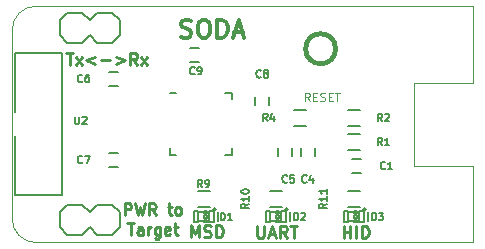
<source format=gbr>
G04 #@! TF.FileFunction,Legend,Top*
%FSLAX46Y46*%
G04 Gerber Fmt 4.6, Leading zero omitted, Abs format (unit mm)*
G04 Created by KiCad (PCBNEW 4.0.4-stable) date 12/05/16 16:27:05*
%MOMM*%
%LPD*%
G01*
G04 APERTURE LIST*
%ADD10C,0.100000*%
%ADD11C,0.300000*%
%ADD12C,0.250000*%
%ADD13C,0.241300*%
%ADD14C,0.125000*%
%ADD15C,0.254000*%
%ADD16C,0.150000*%
%ADD17C,0.381000*%
G04 APERTURE END LIST*
D10*
D11*
X154314057Y-52575543D02*
X154528343Y-52646971D01*
X154885486Y-52646971D01*
X155028343Y-52575543D01*
X155099772Y-52504114D01*
X155171200Y-52361257D01*
X155171200Y-52218400D01*
X155099772Y-52075543D01*
X155028343Y-52004114D01*
X154885486Y-51932686D01*
X154599772Y-51861257D01*
X154456914Y-51789829D01*
X154385486Y-51718400D01*
X154314057Y-51575543D01*
X154314057Y-51432686D01*
X154385486Y-51289829D01*
X154456914Y-51218400D01*
X154599772Y-51146971D01*
X154956914Y-51146971D01*
X155171200Y-51218400D01*
X156099771Y-51146971D02*
X156385485Y-51146971D01*
X156528343Y-51218400D01*
X156671200Y-51361257D01*
X156742628Y-51646971D01*
X156742628Y-52146971D01*
X156671200Y-52432686D01*
X156528343Y-52575543D01*
X156385485Y-52646971D01*
X156099771Y-52646971D01*
X155956914Y-52575543D01*
X155814057Y-52432686D01*
X155742628Y-52146971D01*
X155742628Y-51646971D01*
X155814057Y-51361257D01*
X155956914Y-51218400D01*
X156099771Y-51146971D01*
X157385486Y-52646971D02*
X157385486Y-51146971D01*
X157742629Y-51146971D01*
X157956914Y-51218400D01*
X158099772Y-51361257D01*
X158171200Y-51504114D01*
X158242629Y-51789829D01*
X158242629Y-52004114D01*
X158171200Y-52289829D01*
X158099772Y-52432686D01*
X157956914Y-52575543D01*
X157742629Y-52646971D01*
X157385486Y-52646971D01*
X158814057Y-52218400D02*
X159528343Y-52218400D01*
X158671200Y-52646971D02*
X159171200Y-51146971D01*
X159671200Y-52646971D01*
D12*
X144578819Y-53960781D02*
X145150248Y-53960781D01*
X144864533Y-54960781D02*
X144864533Y-53960781D01*
X145388343Y-54960781D02*
X145912153Y-54294114D01*
X145388343Y-54294114D02*
X145912153Y-54960781D01*
X147055010Y-54294114D02*
X146293105Y-54579829D01*
X147055010Y-54865543D01*
X147531200Y-54579829D02*
X148293105Y-54579829D01*
X148769295Y-54294114D02*
X149531200Y-54579829D01*
X148769295Y-54865543D01*
X150578819Y-54960781D02*
X150245485Y-54484590D01*
X150007390Y-54960781D02*
X150007390Y-53960781D01*
X150388343Y-53960781D01*
X150483581Y-54008400D01*
X150531200Y-54056019D01*
X150578819Y-54151257D01*
X150578819Y-54294114D01*
X150531200Y-54389352D01*
X150483581Y-54436971D01*
X150388343Y-54484590D01*
X150007390Y-54484590D01*
X150912152Y-54960781D02*
X151435962Y-54294114D01*
X150912152Y-54294114D02*
X151435962Y-54960781D01*
D13*
X149524963Y-67664088D02*
X149524963Y-66698888D01*
X149892658Y-66698888D01*
X149984582Y-66744850D01*
X150030543Y-66790812D01*
X150076505Y-66882736D01*
X150076505Y-67020621D01*
X150030543Y-67112545D01*
X149984582Y-67158507D01*
X149892658Y-67204469D01*
X149524963Y-67204469D01*
X150398239Y-66698888D02*
X150628048Y-67664088D01*
X150811896Y-66974660D01*
X150995743Y-67664088D01*
X151225553Y-66698888D01*
X152144791Y-67664088D02*
X151823058Y-67204469D01*
X151593249Y-67664088D02*
X151593249Y-66698888D01*
X151960944Y-66698888D01*
X152052868Y-66744850D01*
X152098829Y-66790812D01*
X152144791Y-66882736D01*
X152144791Y-67020621D01*
X152098829Y-67112545D01*
X152052868Y-67158507D01*
X151960944Y-67204469D01*
X151593249Y-67204469D01*
X153155953Y-67020621D02*
X153523648Y-67020621D01*
X153293839Y-66698888D02*
X153293839Y-67526202D01*
X153339800Y-67618126D01*
X153431724Y-67664088D01*
X153523648Y-67664088D01*
X153983267Y-67664088D02*
X153891343Y-67618126D01*
X153845382Y-67572164D01*
X153799420Y-67480240D01*
X153799420Y-67204469D01*
X153845382Y-67112545D01*
X153891343Y-67066583D01*
X153983267Y-67020621D01*
X154121153Y-67020621D01*
X154213077Y-67066583D01*
X154259039Y-67112545D01*
X154305001Y-67204469D01*
X154305001Y-67480240D01*
X154259039Y-67572164D01*
X154213077Y-67618126D01*
X154121153Y-67664088D01*
X153983267Y-67664088D01*
X149754772Y-68387988D02*
X150306315Y-68387988D01*
X150030543Y-69353188D02*
X150030543Y-68387988D01*
X151041705Y-69353188D02*
X151041705Y-68847607D01*
X150995743Y-68755683D01*
X150903819Y-68709721D01*
X150719971Y-68709721D01*
X150628048Y-68755683D01*
X151041705Y-69307226D02*
X150949781Y-69353188D01*
X150719971Y-69353188D01*
X150628048Y-69307226D01*
X150582086Y-69215302D01*
X150582086Y-69123379D01*
X150628048Y-69031455D01*
X150719971Y-68985493D01*
X150949781Y-68985493D01*
X151041705Y-68939531D01*
X151501324Y-69353188D02*
X151501324Y-68709721D01*
X151501324Y-68893569D02*
X151547285Y-68801645D01*
X151593247Y-68755683D01*
X151685171Y-68709721D01*
X151777095Y-68709721D01*
X152512486Y-68709721D02*
X152512486Y-69491074D01*
X152466524Y-69582998D01*
X152420562Y-69628960D01*
X152328638Y-69674921D01*
X152190752Y-69674921D01*
X152098829Y-69628960D01*
X152512486Y-69307226D02*
X152420562Y-69353188D01*
X152236714Y-69353188D01*
X152144790Y-69307226D01*
X152098829Y-69261264D01*
X152052867Y-69169340D01*
X152052867Y-68893569D01*
X152098829Y-68801645D01*
X152144790Y-68755683D01*
X152236714Y-68709721D01*
X152420562Y-68709721D01*
X152512486Y-68755683D01*
X153339800Y-69307226D02*
X153247876Y-69353188D01*
X153064028Y-69353188D01*
X152972105Y-69307226D01*
X152926143Y-69215302D01*
X152926143Y-68847607D01*
X152972105Y-68755683D01*
X153064028Y-68709721D01*
X153247876Y-68709721D01*
X153339800Y-68755683D01*
X153385762Y-68847607D01*
X153385762Y-68939531D01*
X152926143Y-69031455D01*
X153661533Y-68709721D02*
X154029228Y-68709721D01*
X153799419Y-68387988D02*
X153799419Y-69215302D01*
X153845380Y-69307226D01*
X153937304Y-69353188D01*
X154029228Y-69353188D01*
D10*
X179000000Y-63500000D02*
X179000000Y-70000000D01*
X179000000Y-56500000D02*
X179000000Y-50000000D01*
X174000000Y-63500000D02*
X179000000Y-63500000D01*
X174000000Y-56500000D02*
X174000000Y-63500000D01*
X179000000Y-56500000D02*
X174000000Y-56500000D01*
X179000000Y-50000000D02*
X142000000Y-50000000D01*
X179000000Y-70000000D02*
X142000000Y-70000000D01*
X140000000Y-52000000D02*
X140000000Y-68000000D01*
X140000000Y-68000000D02*
G75*
G03X142000000Y-70000000I2000000J0D01*
G01*
X142000000Y-50000000D02*
G75*
G03X140000000Y-52000000I0J-2000000D01*
G01*
D14*
X165200934Y-58025467D02*
X164967600Y-57692133D01*
X164800934Y-58025467D02*
X164800934Y-57325467D01*
X165067600Y-57325467D01*
X165134267Y-57358800D01*
X165167600Y-57392133D01*
X165200934Y-57458800D01*
X165200934Y-57558800D01*
X165167600Y-57625467D01*
X165134267Y-57658800D01*
X165067600Y-57692133D01*
X164800934Y-57692133D01*
X165500934Y-57658800D02*
X165734267Y-57658800D01*
X165834267Y-58025467D02*
X165500934Y-58025467D01*
X165500934Y-57325467D01*
X165834267Y-57325467D01*
X166100933Y-57992133D02*
X166200933Y-58025467D01*
X166367600Y-58025467D01*
X166434267Y-57992133D01*
X166467600Y-57958800D01*
X166500933Y-57892133D01*
X166500933Y-57825467D01*
X166467600Y-57758800D01*
X166434267Y-57725467D01*
X166367600Y-57692133D01*
X166234267Y-57658800D01*
X166167600Y-57625467D01*
X166134267Y-57592133D01*
X166100933Y-57525467D01*
X166100933Y-57458800D01*
X166134267Y-57392133D01*
X166167600Y-57358800D01*
X166234267Y-57325467D01*
X166400933Y-57325467D01*
X166500933Y-57358800D01*
X166800934Y-57658800D02*
X167034267Y-57658800D01*
X167134267Y-58025467D02*
X166800934Y-58025467D01*
X166800934Y-57325467D01*
X167134267Y-57325467D01*
X167334267Y-57325467D02*
X167734267Y-57325467D01*
X167534267Y-58025467D02*
X167534267Y-57325467D01*
D15*
X168060310Y-69611119D02*
X168060310Y-68595119D01*
X168060310Y-69078929D02*
X168640881Y-69078929D01*
X168640881Y-69611119D02*
X168640881Y-68595119D01*
X169124691Y-69611119D02*
X169124691Y-68595119D01*
X169608501Y-69611119D02*
X169608501Y-68595119D01*
X169850406Y-68595119D01*
X169995548Y-68643500D01*
X170092310Y-68740262D01*
X170140691Y-68837024D01*
X170189072Y-69030548D01*
X170189072Y-69175690D01*
X170140691Y-69369214D01*
X170092310Y-69465976D01*
X169995548Y-69562738D01*
X169850406Y-69611119D01*
X169608501Y-69611119D01*
X160748739Y-68595119D02*
X160748739Y-69417595D01*
X160797120Y-69514357D01*
X160845501Y-69562738D01*
X160942263Y-69611119D01*
X161135786Y-69611119D01*
X161232548Y-69562738D01*
X161280929Y-69514357D01*
X161329310Y-69417595D01*
X161329310Y-68595119D01*
X161764739Y-69320833D02*
X162248548Y-69320833D01*
X161667977Y-69611119D02*
X162006644Y-68595119D01*
X162345310Y-69611119D01*
X163264548Y-69611119D02*
X162925882Y-69127310D01*
X162683977Y-69611119D02*
X162683977Y-68595119D01*
X163071024Y-68595119D01*
X163167786Y-68643500D01*
X163216167Y-68691881D01*
X163264548Y-68788643D01*
X163264548Y-68933786D01*
X163216167Y-69030548D01*
X163167786Y-69078929D01*
X163071024Y-69127310D01*
X162683977Y-69127310D01*
X163554834Y-68595119D02*
X164135405Y-68595119D01*
X163845120Y-69611119D02*
X163845120Y-68595119D01*
X155133524Y-69547619D02*
X155133524Y-68531619D01*
X155472190Y-69257333D01*
X155810857Y-68531619D01*
X155810857Y-69547619D01*
X156246286Y-69499238D02*
X156391429Y-69547619D01*
X156633333Y-69547619D01*
X156730095Y-69499238D01*
X156778476Y-69450857D01*
X156826857Y-69354095D01*
X156826857Y-69257333D01*
X156778476Y-69160571D01*
X156730095Y-69112190D01*
X156633333Y-69063810D01*
X156439810Y-69015429D01*
X156343048Y-68967048D01*
X156294667Y-68918667D01*
X156246286Y-68821905D01*
X156246286Y-68725143D01*
X156294667Y-68628381D01*
X156343048Y-68580000D01*
X156439810Y-68531619D01*
X156681714Y-68531619D01*
X156826857Y-68580000D01*
X157262286Y-69547619D02*
X157262286Y-68531619D01*
X157504191Y-68531619D01*
X157649333Y-68580000D01*
X157746095Y-68676762D01*
X157794476Y-68773524D01*
X157842857Y-68967048D01*
X157842857Y-69112190D01*
X157794476Y-69305714D01*
X157746095Y-69402476D01*
X157649333Y-69499238D01*
X157504191Y-69547619D01*
X157262286Y-69547619D01*
D16*
X140240000Y-53944000D02*
X140240000Y-58944000D01*
X140240000Y-65944000D02*
X140240000Y-60944000D01*
X144240000Y-65944000D02*
X144240000Y-53944000D01*
X144240000Y-53944000D02*
X140240000Y-53944000D01*
X140240000Y-65944000D02*
X144240000Y-65944000D01*
D17*
X167386000Y-53594000D02*
G75*
G03X167386000Y-53594000I-1270000J0D01*
G01*
D16*
X158581000Y-57319000D02*
X158581000Y-57844000D01*
X153331000Y-62569000D02*
X153331000Y-62044000D01*
X158581000Y-62569000D02*
X158581000Y-62044000D01*
X153331000Y-57319000D02*
X153856000Y-57319000D01*
X153331000Y-62569000D02*
X153856000Y-62569000D01*
X158581000Y-62569000D02*
X158056000Y-62569000D01*
X158581000Y-57319000D02*
X158056000Y-57319000D01*
X144018000Y-67437000D02*
X144018000Y-68707000D01*
X144018000Y-68707000D02*
X144653000Y-69342000D01*
X144653000Y-69342000D02*
X145923000Y-69342000D01*
X145923000Y-69342000D02*
X146558000Y-68707000D01*
X146558000Y-68707000D02*
X147193000Y-69342000D01*
X147193000Y-69342000D02*
X148463000Y-69342000D01*
X148463000Y-69342000D02*
X149098000Y-68707000D01*
X149098000Y-68707000D02*
X149098000Y-67437000D01*
X149098000Y-67437000D02*
X148463000Y-66802000D01*
X148463000Y-66802000D02*
X147193000Y-66802000D01*
X147193000Y-66802000D02*
X146558000Y-67437000D01*
X146558000Y-67437000D02*
X145923000Y-66802000D01*
X145923000Y-66802000D02*
X144653000Y-66802000D01*
X144653000Y-66802000D02*
X144018000Y-67437000D01*
X149098000Y-52451000D02*
X149098000Y-51181000D01*
X149098000Y-51181000D02*
X148463000Y-50546000D01*
X148463000Y-50546000D02*
X147193000Y-50546000D01*
X147193000Y-50546000D02*
X146558000Y-51181000D01*
X146558000Y-51181000D02*
X145923000Y-50546000D01*
X145923000Y-50546000D02*
X144653000Y-50546000D01*
X144653000Y-50546000D02*
X144018000Y-51181000D01*
X144018000Y-51181000D02*
X144018000Y-52451000D01*
X144018000Y-52451000D02*
X144653000Y-53086000D01*
X144653000Y-53086000D02*
X145923000Y-53086000D01*
X145923000Y-53086000D02*
X146558000Y-52451000D01*
X146558000Y-52451000D02*
X147193000Y-53086000D01*
X147193000Y-53086000D02*
X148463000Y-53086000D01*
X148463000Y-53086000D02*
X149098000Y-52451000D01*
X168814000Y-62900000D02*
X169514000Y-62900000D01*
X169514000Y-64100000D02*
X168814000Y-64100000D01*
X164436500Y-62707000D02*
X164436500Y-62007000D01*
X165636500Y-62007000D02*
X165636500Y-62707000D01*
X162531500Y-62707000D02*
X162531500Y-62007000D01*
X163731500Y-62007000D02*
X163731500Y-62707000D01*
X148940000Y-56734000D02*
X148240000Y-56734000D01*
X148240000Y-55534000D02*
X148940000Y-55534000D01*
X148240000Y-62392000D02*
X148940000Y-62392000D01*
X148940000Y-63592000D02*
X148240000Y-63592000D01*
X161763000Y-57689000D02*
X161763000Y-58389000D01*
X160563000Y-58389000D02*
X160563000Y-57689000D01*
X155098000Y-53502000D02*
X155798000Y-53502000D01*
X155798000Y-54702000D02*
X155098000Y-54702000D01*
X157410000Y-67418000D02*
X157410000Y-68218000D01*
X157251421Y-67218000D02*
G75*
G03X157251421Y-67218000I-141421J0D01*
G01*
X156659580Y-67368420D02*
X156659580Y-68267580D01*
X156659580Y-68267580D02*
X157058360Y-68267580D01*
X157058360Y-67368420D02*
X157058360Y-68267580D01*
X156659580Y-67368420D02*
X157058360Y-67368420D01*
X155361640Y-67368420D02*
X155361640Y-68267580D01*
X155361640Y-68267580D02*
X155760420Y-68267580D01*
X155760420Y-67368420D02*
X155760420Y-68267580D01*
X155361640Y-67368420D02*
X155760420Y-67368420D01*
X156210000Y-67368420D02*
X156210000Y-67518280D01*
X156210000Y-67518280D02*
X156509720Y-67518280D01*
X156509720Y-67368420D02*
X156509720Y-67518280D01*
X156210000Y-67368420D02*
X156509720Y-67368420D01*
X156210000Y-68117720D02*
X156210000Y-68267580D01*
X156210000Y-68267580D02*
X156509720Y-68267580D01*
X156509720Y-68117720D02*
X156509720Y-68267580D01*
X156210000Y-68117720D02*
X156509720Y-68117720D01*
X156210000Y-67668140D02*
X156210000Y-67967860D01*
X156210000Y-67967860D02*
X156509720Y-67967860D01*
X156509720Y-67668140D02*
X156509720Y-67967860D01*
X156210000Y-67668140D02*
X156509720Y-67668140D01*
X156659580Y-67419220D02*
X155760420Y-67419220D01*
X156659580Y-68216780D02*
X155760420Y-68216780D01*
X163506000Y-67418000D02*
X163506000Y-68218000D01*
X163347421Y-67218000D02*
G75*
G03X163347421Y-67218000I-141421J0D01*
G01*
X162755580Y-67368420D02*
X162755580Y-68267580D01*
X162755580Y-68267580D02*
X163154360Y-68267580D01*
X163154360Y-67368420D02*
X163154360Y-68267580D01*
X162755580Y-67368420D02*
X163154360Y-67368420D01*
X161457640Y-67368420D02*
X161457640Y-68267580D01*
X161457640Y-68267580D02*
X161856420Y-68267580D01*
X161856420Y-67368420D02*
X161856420Y-68267580D01*
X161457640Y-67368420D02*
X161856420Y-67368420D01*
X162306000Y-67368420D02*
X162306000Y-67518280D01*
X162306000Y-67518280D02*
X162605720Y-67518280D01*
X162605720Y-67368420D02*
X162605720Y-67518280D01*
X162306000Y-67368420D02*
X162605720Y-67368420D01*
X162306000Y-68117720D02*
X162306000Y-68267580D01*
X162306000Y-68267580D02*
X162605720Y-68267580D01*
X162605720Y-68117720D02*
X162605720Y-68267580D01*
X162306000Y-68117720D02*
X162605720Y-68117720D01*
X162306000Y-67668140D02*
X162306000Y-67967860D01*
X162306000Y-67967860D02*
X162605720Y-67967860D01*
X162605720Y-67668140D02*
X162605720Y-67967860D01*
X162306000Y-67668140D02*
X162605720Y-67668140D01*
X162755580Y-67419220D02*
X161856420Y-67419220D01*
X162755580Y-68216780D02*
X161856420Y-68216780D01*
X170110000Y-67418000D02*
X170110000Y-68218000D01*
X169951421Y-67218000D02*
G75*
G03X169951421Y-67218000I-141421J0D01*
G01*
X169359580Y-67368420D02*
X169359580Y-68267580D01*
X169359580Y-68267580D02*
X169758360Y-68267580D01*
X169758360Y-67368420D02*
X169758360Y-68267580D01*
X169359580Y-67368420D02*
X169758360Y-67368420D01*
X168061640Y-67368420D02*
X168061640Y-68267580D01*
X168061640Y-68267580D02*
X168460420Y-68267580D01*
X168460420Y-67368420D02*
X168460420Y-68267580D01*
X168061640Y-67368420D02*
X168460420Y-67368420D01*
X168910000Y-67368420D02*
X168910000Y-67518280D01*
X168910000Y-67518280D02*
X169209720Y-67518280D01*
X169209720Y-67368420D02*
X169209720Y-67518280D01*
X168910000Y-67368420D02*
X169209720Y-67368420D01*
X168910000Y-68117720D02*
X168910000Y-68267580D01*
X168910000Y-68267580D02*
X169209720Y-68267580D01*
X169209720Y-68117720D02*
X169209720Y-68267580D01*
X168910000Y-68117720D02*
X169209720Y-68117720D01*
X168910000Y-67668140D02*
X168910000Y-67967860D01*
X168910000Y-67967860D02*
X169209720Y-67967860D01*
X169209720Y-67668140D02*
X169209720Y-67967860D01*
X168910000Y-67668140D02*
X169209720Y-67668140D01*
X169359580Y-67419220D02*
X168460420Y-67419220D01*
X169359580Y-68216780D02*
X168460420Y-68216780D01*
X169410000Y-62143000D02*
X168410000Y-62143000D01*
X168410000Y-60793000D02*
X169410000Y-60793000D01*
X169410000Y-60111000D02*
X168410000Y-60111000D01*
X168410000Y-58761000D02*
X169410000Y-58761000D01*
X164838000Y-60111000D02*
X163838000Y-60111000D01*
X163838000Y-58761000D02*
X164838000Y-58761000D01*
X155710000Y-65619000D02*
X156710000Y-65619000D01*
X156710000Y-66969000D02*
X155710000Y-66969000D01*
X161806000Y-65619000D02*
X162806000Y-65619000D01*
X162806000Y-66969000D02*
X161806000Y-66969000D01*
X168410000Y-65619000D02*
X169410000Y-65619000D01*
X169410000Y-66969000D02*
X168410000Y-66969000D01*
X171598167Y-63726786D02*
X171567929Y-63757024D01*
X171477214Y-63787262D01*
X171416738Y-63787262D01*
X171326024Y-63757024D01*
X171265548Y-63696548D01*
X171235309Y-63636071D01*
X171205071Y-63515119D01*
X171205071Y-63424405D01*
X171235309Y-63303452D01*
X171265548Y-63242976D01*
X171326024Y-63182500D01*
X171416738Y-63152262D01*
X171477214Y-63152262D01*
X171567929Y-63182500D01*
X171598167Y-63212738D01*
X172202929Y-63787262D02*
X171840071Y-63787262D01*
X172021500Y-63787262D02*
X172021500Y-63152262D01*
X171961024Y-63242976D01*
X171900548Y-63303452D01*
X171840071Y-63333690D01*
X164930667Y-64869786D02*
X164900429Y-64900024D01*
X164809714Y-64930262D01*
X164749238Y-64930262D01*
X164658524Y-64900024D01*
X164598048Y-64839548D01*
X164567809Y-64779071D01*
X164537571Y-64658119D01*
X164537571Y-64567405D01*
X164567809Y-64446452D01*
X164598048Y-64385976D01*
X164658524Y-64325500D01*
X164749238Y-64295262D01*
X164809714Y-64295262D01*
X164900429Y-64325500D01*
X164930667Y-64355738D01*
X165474952Y-64506929D02*
X165474952Y-64930262D01*
X165323762Y-64265024D02*
X165172571Y-64718595D01*
X165565667Y-64718595D01*
X163279667Y-64869786D02*
X163249429Y-64900024D01*
X163158714Y-64930262D01*
X163098238Y-64930262D01*
X163007524Y-64900024D01*
X162947048Y-64839548D01*
X162916809Y-64779071D01*
X162886571Y-64658119D01*
X162886571Y-64567405D01*
X162916809Y-64446452D01*
X162947048Y-64385976D01*
X163007524Y-64325500D01*
X163098238Y-64295262D01*
X163158714Y-64295262D01*
X163249429Y-64325500D01*
X163279667Y-64355738D01*
X163854190Y-64295262D02*
X163551809Y-64295262D01*
X163521571Y-64597643D01*
X163551809Y-64567405D01*
X163612286Y-64537167D01*
X163763476Y-64537167D01*
X163823952Y-64567405D01*
X163854190Y-64597643D01*
X163884429Y-64658119D01*
X163884429Y-64809310D01*
X163854190Y-64869786D01*
X163823952Y-64900024D01*
X163763476Y-64930262D01*
X163612286Y-64930262D01*
X163551809Y-64900024D01*
X163521571Y-64869786D01*
X145944167Y-56360786D02*
X145913929Y-56391024D01*
X145823214Y-56421262D01*
X145762738Y-56421262D01*
X145672024Y-56391024D01*
X145611548Y-56330548D01*
X145581309Y-56270071D01*
X145551071Y-56149119D01*
X145551071Y-56058405D01*
X145581309Y-55937452D01*
X145611548Y-55876976D01*
X145672024Y-55816500D01*
X145762738Y-55786262D01*
X145823214Y-55786262D01*
X145913929Y-55816500D01*
X145944167Y-55846738D01*
X146488452Y-55786262D02*
X146367500Y-55786262D01*
X146307024Y-55816500D01*
X146276786Y-55846738D01*
X146216309Y-55937452D01*
X146186071Y-56058405D01*
X146186071Y-56300310D01*
X146216309Y-56360786D01*
X146246548Y-56391024D01*
X146307024Y-56421262D01*
X146427976Y-56421262D01*
X146488452Y-56391024D01*
X146518690Y-56360786D01*
X146548929Y-56300310D01*
X146548929Y-56149119D01*
X146518690Y-56088643D01*
X146488452Y-56058405D01*
X146427976Y-56028167D01*
X146307024Y-56028167D01*
X146246548Y-56058405D01*
X146216309Y-56088643D01*
X146186071Y-56149119D01*
X145944167Y-63218786D02*
X145913929Y-63249024D01*
X145823214Y-63279262D01*
X145762738Y-63279262D01*
X145672024Y-63249024D01*
X145611548Y-63188548D01*
X145581309Y-63128071D01*
X145551071Y-63007119D01*
X145551071Y-62916405D01*
X145581309Y-62795452D01*
X145611548Y-62734976D01*
X145672024Y-62674500D01*
X145762738Y-62644262D01*
X145823214Y-62644262D01*
X145913929Y-62674500D01*
X145944167Y-62704738D01*
X146155833Y-62644262D02*
X146579167Y-62644262D01*
X146307024Y-63279262D01*
X161057167Y-55979786D02*
X161026929Y-56010024D01*
X160936214Y-56040262D01*
X160875738Y-56040262D01*
X160785024Y-56010024D01*
X160724548Y-55949548D01*
X160694309Y-55889071D01*
X160664071Y-55768119D01*
X160664071Y-55677405D01*
X160694309Y-55556452D01*
X160724548Y-55495976D01*
X160785024Y-55435500D01*
X160875738Y-55405262D01*
X160936214Y-55405262D01*
X161026929Y-55435500D01*
X161057167Y-55465738D01*
X161420024Y-55677405D02*
X161359548Y-55647167D01*
X161329309Y-55616929D01*
X161299071Y-55556452D01*
X161299071Y-55526214D01*
X161329309Y-55465738D01*
X161359548Y-55435500D01*
X161420024Y-55405262D01*
X161540976Y-55405262D01*
X161601452Y-55435500D01*
X161631690Y-55465738D01*
X161661929Y-55526214D01*
X161661929Y-55556452D01*
X161631690Y-55616929D01*
X161601452Y-55647167D01*
X161540976Y-55677405D01*
X161420024Y-55677405D01*
X161359548Y-55707643D01*
X161329309Y-55737881D01*
X161299071Y-55798357D01*
X161299071Y-55919310D01*
X161329309Y-55979786D01*
X161359548Y-56010024D01*
X161420024Y-56040262D01*
X161540976Y-56040262D01*
X161601452Y-56010024D01*
X161631690Y-55979786D01*
X161661929Y-55919310D01*
X161661929Y-55798357D01*
X161631690Y-55737881D01*
X161601452Y-55707643D01*
X161540976Y-55677405D01*
X155443767Y-55700386D02*
X155413529Y-55730624D01*
X155322814Y-55760862D01*
X155262338Y-55760862D01*
X155171624Y-55730624D01*
X155111148Y-55670148D01*
X155080909Y-55609671D01*
X155050671Y-55488719D01*
X155050671Y-55398005D01*
X155080909Y-55277052D01*
X155111148Y-55216576D01*
X155171624Y-55156100D01*
X155262338Y-55125862D01*
X155322814Y-55125862D01*
X155413529Y-55156100D01*
X155443767Y-55186338D01*
X155746148Y-55760862D02*
X155867100Y-55760862D01*
X155927576Y-55730624D01*
X155957814Y-55700386D01*
X156018290Y-55609671D01*
X156048529Y-55488719D01*
X156048529Y-55246814D01*
X156018290Y-55186338D01*
X155988052Y-55156100D01*
X155927576Y-55125862D01*
X155806624Y-55125862D01*
X155746148Y-55156100D01*
X155715909Y-55186338D01*
X155685671Y-55246814D01*
X155685671Y-55398005D01*
X155715909Y-55458481D01*
X155746148Y-55488719D01*
X155806624Y-55518957D01*
X155927576Y-55518957D01*
X155988052Y-55488719D01*
X156018290Y-55458481D01*
X156048529Y-55398005D01*
X157672143Y-68089429D02*
X157672143Y-67489429D01*
X157815000Y-67489429D01*
X157900715Y-67518000D01*
X157957857Y-67575143D01*
X157986429Y-67632286D01*
X158015000Y-67746571D01*
X158015000Y-67832286D01*
X157986429Y-67946571D01*
X157957857Y-68003714D01*
X157900715Y-68060857D01*
X157815000Y-68089429D01*
X157672143Y-68089429D01*
X158586429Y-68089429D02*
X158243572Y-68089429D01*
X158415000Y-68089429D02*
X158415000Y-67489429D01*
X158357857Y-67575143D01*
X158300715Y-67632286D01*
X158243572Y-67660857D01*
X163895143Y-68089429D02*
X163895143Y-67489429D01*
X164038000Y-67489429D01*
X164123715Y-67518000D01*
X164180857Y-67575143D01*
X164209429Y-67632286D01*
X164238000Y-67746571D01*
X164238000Y-67832286D01*
X164209429Y-67946571D01*
X164180857Y-68003714D01*
X164123715Y-68060857D01*
X164038000Y-68089429D01*
X163895143Y-68089429D01*
X164466572Y-67546571D02*
X164495143Y-67518000D01*
X164552286Y-67489429D01*
X164695143Y-67489429D01*
X164752286Y-67518000D01*
X164780857Y-67546571D01*
X164809429Y-67603714D01*
X164809429Y-67660857D01*
X164780857Y-67746571D01*
X164438000Y-68089429D01*
X164809429Y-68089429D01*
X170499143Y-68089429D02*
X170499143Y-67489429D01*
X170642000Y-67489429D01*
X170727715Y-67518000D01*
X170784857Y-67575143D01*
X170813429Y-67632286D01*
X170842000Y-67746571D01*
X170842000Y-67832286D01*
X170813429Y-67946571D01*
X170784857Y-68003714D01*
X170727715Y-68060857D01*
X170642000Y-68089429D01*
X170499143Y-68089429D01*
X171042000Y-67489429D02*
X171413429Y-67489429D01*
X171213429Y-67718000D01*
X171299143Y-67718000D01*
X171356286Y-67746571D01*
X171384857Y-67775143D01*
X171413429Y-67832286D01*
X171413429Y-67975143D01*
X171384857Y-68032286D01*
X171356286Y-68060857D01*
X171299143Y-68089429D01*
X171127715Y-68089429D01*
X171070572Y-68060857D01*
X171042000Y-68032286D01*
X171344167Y-61755262D02*
X171132500Y-61452881D01*
X170981309Y-61755262D02*
X170981309Y-61120262D01*
X171223214Y-61120262D01*
X171283690Y-61150500D01*
X171313929Y-61180738D01*
X171344167Y-61241214D01*
X171344167Y-61331929D01*
X171313929Y-61392405D01*
X171283690Y-61422643D01*
X171223214Y-61452881D01*
X170981309Y-61452881D01*
X171948929Y-61755262D02*
X171586071Y-61755262D01*
X171767500Y-61755262D02*
X171767500Y-61120262D01*
X171707024Y-61210976D01*
X171646548Y-61271452D01*
X171586071Y-61301690D01*
X171344167Y-59723262D02*
X171132500Y-59420881D01*
X170981309Y-59723262D02*
X170981309Y-59088262D01*
X171223214Y-59088262D01*
X171283690Y-59118500D01*
X171313929Y-59148738D01*
X171344167Y-59209214D01*
X171344167Y-59299929D01*
X171313929Y-59360405D01*
X171283690Y-59390643D01*
X171223214Y-59420881D01*
X170981309Y-59420881D01*
X171586071Y-59148738D02*
X171616309Y-59118500D01*
X171676786Y-59088262D01*
X171827976Y-59088262D01*
X171888452Y-59118500D01*
X171918690Y-59148738D01*
X171948929Y-59209214D01*
X171948929Y-59269690D01*
X171918690Y-59360405D01*
X171555833Y-59723262D01*
X171948929Y-59723262D01*
X161628667Y-59723262D02*
X161417000Y-59420881D01*
X161265809Y-59723262D02*
X161265809Y-59088262D01*
X161507714Y-59088262D01*
X161568190Y-59118500D01*
X161598429Y-59148738D01*
X161628667Y-59209214D01*
X161628667Y-59299929D01*
X161598429Y-59360405D01*
X161568190Y-59390643D01*
X161507714Y-59420881D01*
X161265809Y-59420881D01*
X162172952Y-59299929D02*
X162172952Y-59723262D01*
X162021762Y-59058024D02*
X161870571Y-59511595D01*
X162263667Y-59511595D01*
X156104167Y-65311262D02*
X155892500Y-65008881D01*
X155741309Y-65311262D02*
X155741309Y-64676262D01*
X155983214Y-64676262D01*
X156043690Y-64706500D01*
X156073929Y-64736738D01*
X156104167Y-64797214D01*
X156104167Y-64887929D01*
X156073929Y-64948405D01*
X156043690Y-64978643D01*
X155983214Y-65008881D01*
X155741309Y-65008881D01*
X156406548Y-65311262D02*
X156527500Y-65311262D01*
X156587976Y-65281024D01*
X156618214Y-65250786D01*
X156678690Y-65160071D01*
X156708929Y-65039119D01*
X156708929Y-64797214D01*
X156678690Y-64736738D01*
X156648452Y-64706500D01*
X156587976Y-64676262D01*
X156467024Y-64676262D01*
X156406548Y-64706500D01*
X156376309Y-64736738D01*
X156346071Y-64797214D01*
X156346071Y-64948405D01*
X156376309Y-65008881D01*
X156406548Y-65039119D01*
X156467024Y-65069357D01*
X156587976Y-65069357D01*
X156648452Y-65039119D01*
X156678690Y-65008881D01*
X156708929Y-64948405D01*
X160053262Y-66702214D02*
X159750881Y-66913881D01*
X160053262Y-67065072D02*
X159418262Y-67065072D01*
X159418262Y-66823167D01*
X159448500Y-66762691D01*
X159478738Y-66732452D01*
X159539214Y-66702214D01*
X159629929Y-66702214D01*
X159690405Y-66732452D01*
X159720643Y-66762691D01*
X159750881Y-66823167D01*
X159750881Y-67065072D01*
X160053262Y-66097452D02*
X160053262Y-66460310D01*
X160053262Y-66278881D02*
X159418262Y-66278881D01*
X159508976Y-66339357D01*
X159569452Y-66399833D01*
X159599690Y-66460310D01*
X159418262Y-65704357D02*
X159418262Y-65643881D01*
X159448500Y-65583405D01*
X159478738Y-65553167D01*
X159539214Y-65522929D01*
X159660167Y-65492690D01*
X159811357Y-65492690D01*
X159932310Y-65522929D01*
X159992786Y-65553167D01*
X160023024Y-65583405D01*
X160053262Y-65643881D01*
X160053262Y-65704357D01*
X160023024Y-65764833D01*
X159992786Y-65795071D01*
X159932310Y-65825310D01*
X159811357Y-65855548D01*
X159660167Y-65855548D01*
X159539214Y-65825310D01*
X159478738Y-65795071D01*
X159448500Y-65764833D01*
X159418262Y-65704357D01*
X166657262Y-66702214D02*
X166354881Y-66913881D01*
X166657262Y-67065072D02*
X166022262Y-67065072D01*
X166022262Y-66823167D01*
X166052500Y-66762691D01*
X166082738Y-66732452D01*
X166143214Y-66702214D01*
X166233929Y-66702214D01*
X166294405Y-66732452D01*
X166324643Y-66762691D01*
X166354881Y-66823167D01*
X166354881Y-67065072D01*
X166657262Y-66097452D02*
X166657262Y-66460310D01*
X166657262Y-66278881D02*
X166022262Y-66278881D01*
X166112976Y-66339357D01*
X166173452Y-66399833D01*
X166203690Y-66460310D01*
X166657262Y-65492690D02*
X166657262Y-65855548D01*
X166657262Y-65674119D02*
X166022262Y-65674119D01*
X166112976Y-65734595D01*
X166173452Y-65795071D01*
X166203690Y-65855548D01*
X145312190Y-59342262D02*
X145312190Y-59856310D01*
X145342429Y-59916786D01*
X145372667Y-59947024D01*
X145433143Y-59977262D01*
X145554095Y-59977262D01*
X145614571Y-59947024D01*
X145644810Y-59916786D01*
X145675048Y-59856310D01*
X145675048Y-59342262D01*
X145947190Y-59402738D02*
X145977428Y-59372500D01*
X146037905Y-59342262D01*
X146189095Y-59342262D01*
X146249571Y-59372500D01*
X146279809Y-59402738D01*
X146310048Y-59463214D01*
X146310048Y-59523690D01*
X146279809Y-59614405D01*
X145916952Y-59977262D01*
X146310048Y-59977262D01*
M02*

</source>
